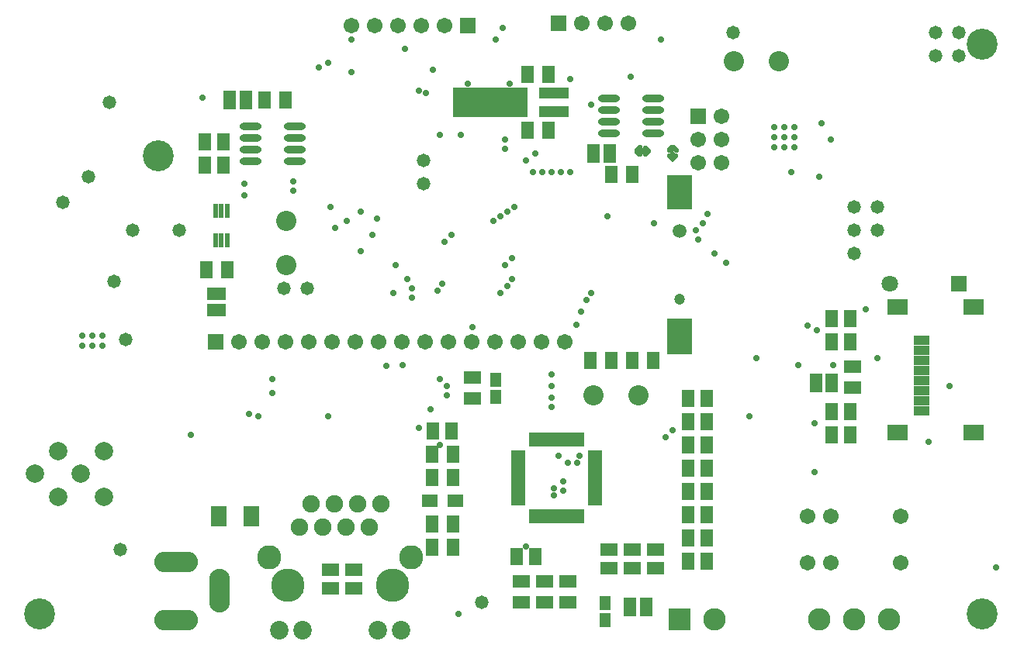
<source format=gbs>
G04 Layer_Color=16711935*
%FSLAX25Y25*%
%MOIN*%
G70*
G01*
G75*
%ADD97R,0.05800X0.07300*%
%ADD98R,0.07300X0.05800*%
%ADD123R,0.08083X0.05721*%
%ADD124R,0.05721X0.08083*%
%ADD134C,0.08674*%
%ADD135C,0.04737*%
%ADD136C,0.05918*%
%ADD137C,0.06706*%
%ADD138R,0.06706X0.06706*%
%ADD139C,0.13300*%
%ADD140C,0.09658*%
%ADD141R,0.09658X0.09658*%
%ADD142C,0.07099*%
%ADD143R,0.07099X0.07099*%
%ADD144C,0.07887*%
%ADD145C,0.14383*%
%ADD146C,0.07965*%
%ADD147C,0.07493*%
%ADD148C,0.10367*%
%ADD149O,0.18800X0.08800*%
%ADD150O,0.08800X0.18800*%
%ADD151C,0.05800*%
%ADD152C,0.02769*%
%ADD153R,0.12611X0.04737*%
%ADD154R,0.32296X0.12611*%
%ADD155P,0.04808X4X270.0*%
G04:AMPARAMS|DCode=156|XSize=23.75mil|YSize=38mil|CornerRadius=0mil|HoleSize=0mil|Usage=FLASHONLY|Rotation=135.000|XOffset=0mil|YOffset=0mil|HoleType=Round|Shape=Octagon|*
%AMOCTAGOND156*
4,1,8,-0.00924,-0.01763,-0.01763,-0.00924,-0.01763,-0.00084,0.00084,0.01763,0.00924,0.01763,0.01763,0.00924,0.01763,0.00084,-0.00084,-0.01763,-0.00924,-0.01763,0.0*
%
%ADD156OCTAGOND156*%

G04:AMPARAMS|DCode=157|XSize=23mil|YSize=38mil|CornerRadius=0mil|HoleSize=0mil|Usage=FLASHONLY|Rotation=225.000|XOffset=0mil|YOffset=0mil|HoleType=Round|Shape=Octagon|*
%AMOCTAGOND157*
4,1,8,0.01750,-0.00937,0.00937,-0.01750,0.00124,-0.01750,-0.01750,0.00124,-0.01750,0.00937,-0.00937,0.01750,-0.00124,0.01750,0.01750,-0.00124,0.01750,-0.00937,0.0*
%
%ADD157OCTAGOND157*%

G04:AMPARAMS|DCode=158|XSize=23mil|YSize=38mil|CornerRadius=0mil|HoleSize=0mil|Usage=FLASHONLY|Rotation=135.000|XOffset=0mil|YOffset=0mil|HoleType=Round|Shape=Octagon|*
%AMOCTAGOND158*
4,1,8,-0.00937,-0.01750,-0.01750,-0.00937,-0.01750,-0.00124,0.00124,0.01750,0.00937,0.01750,0.01750,0.00937,0.01750,0.00124,-0.00124,-0.01750,-0.00937,-0.01750,0.0*
%
%ADD158OCTAGOND158*%

%ADD159P,0.04808X4X360.0*%
G04:AMPARAMS|DCode=160|XSize=23.75mil|YSize=38mil|CornerRadius=0mil|HoleSize=0mil|Usage=FLASHONLY|Rotation=225.000|XOffset=0mil|YOffset=0mil|HoleType=Round|Shape=Octagon|*
%AMOCTAGOND160*
4,1,8,0.01763,-0.00924,0.00924,-0.01763,0.00084,-0.01763,-0.01763,0.00084,-0.01763,0.00924,-0.00924,0.01763,-0.00084,0.01763,0.01763,-0.00084,0.01763,-0.00924,0.0*
%
%ADD160OCTAGOND160*%

%ADD161O,0.09461X0.03162*%
%ADD162R,0.06312X0.01981*%
%ADD163R,0.01981X0.06312*%
%ADD164R,0.08674X0.06509*%
%ADD165R,0.06706X0.03950*%
%ADD166R,0.07099X0.05721*%
%ADD167R,0.06800X0.08800*%
%ADD168R,0.04934X0.05918*%
%ADD169R,0.11036X0.14737*%
%ADD170R,0.11036X0.15210*%
%ADD171R,0.02375X0.05918*%
D97*
X86000Y208000D02*
D03*
X94000D02*
D03*
X86000Y218000D02*
D03*
X94000D02*
D03*
X363339Y101933D02*
D03*
X355339D02*
D03*
X363339Y131933D02*
D03*
X355339D02*
D03*
X363339Y91933D02*
D03*
X355339D02*
D03*
X363339Y141933D02*
D03*
X355339D02*
D03*
X184000Y93500D02*
D03*
X192000D02*
D03*
X220000Y39500D02*
D03*
X228000D02*
D03*
X293500Y107500D02*
D03*
X301500D02*
D03*
X293500Y97500D02*
D03*
X301500D02*
D03*
Y87500D02*
D03*
X293500D02*
D03*
X301500Y77500D02*
D03*
X293500D02*
D03*
X301500Y67500D02*
D03*
X293500D02*
D03*
X301500Y57500D02*
D03*
X293500D02*
D03*
X301500Y47500D02*
D03*
X293500D02*
D03*
X301500Y37500D02*
D03*
X293500D02*
D03*
X192500Y73500D02*
D03*
X183500D02*
D03*
X224500Y247000D02*
D03*
X233500D02*
D03*
X224500Y223000D02*
D03*
X233500D02*
D03*
X269500Y204000D02*
D03*
X260500D02*
D03*
X120500Y236000D02*
D03*
X111500D02*
D03*
X183500Y83500D02*
D03*
X192500D02*
D03*
X260500Y124000D02*
D03*
X251500D02*
D03*
X269500D02*
D03*
X278500D02*
D03*
X183500Y53500D02*
D03*
X192500D02*
D03*
X183500Y43500D02*
D03*
X192500D02*
D03*
X95500Y163000D02*
D03*
X86500D02*
D03*
D98*
X150000Y26000D02*
D03*
Y34000D02*
D03*
X140000Y26000D02*
D03*
Y34000D02*
D03*
X259500Y34500D02*
D03*
Y42500D02*
D03*
X269500Y34500D02*
D03*
Y42500D02*
D03*
X279500Y34500D02*
D03*
Y42500D02*
D03*
X242000Y20000D02*
D03*
Y29000D02*
D03*
X364339Y112433D02*
D03*
Y121433D02*
D03*
X201000Y116500D02*
D03*
Y107500D02*
D03*
X222000Y20000D02*
D03*
Y29000D02*
D03*
X232000Y20000D02*
D03*
Y29000D02*
D03*
D123*
X91000Y152445D02*
D03*
Y145555D02*
D03*
D124*
X355283Y114433D02*
D03*
X348394D02*
D03*
X253000Y213000D02*
D03*
X259890D02*
D03*
X103445Y236000D02*
D03*
X96555D02*
D03*
X275445Y18000D02*
D03*
X268555D02*
D03*
D134*
X253000Y109000D02*
D03*
X272213D02*
D03*
X313287Y252500D02*
D03*
X332500D02*
D03*
X121000Y164787D02*
D03*
Y184000D02*
D03*
D135*
X290000Y150221D02*
D03*
D136*
Y179748D02*
D03*
D137*
X268000Y269000D02*
D03*
X258000D02*
D03*
X248000D02*
D03*
X385000Y37000D02*
D03*
X355000D02*
D03*
X345000D02*
D03*
Y57000D02*
D03*
X355000D02*
D03*
X385000D02*
D03*
X308000Y219000D02*
D03*
X298000D02*
D03*
X308000Y229000D02*
D03*
X298001Y209099D02*
D03*
X308001D02*
D03*
X159000Y268000D02*
D03*
X189000D02*
D03*
X179000D02*
D03*
X169000D02*
D03*
X149000D02*
D03*
X240551Y131890D02*
D03*
X180551D02*
D03*
X170551D02*
D03*
X160551D02*
D03*
X130551D02*
D03*
X100551D02*
D03*
X110551D02*
D03*
X120551D02*
D03*
X140551D02*
D03*
X150551D02*
D03*
X190551D02*
D03*
X200551D02*
D03*
X210551D02*
D03*
X220551D02*
D03*
X230551D02*
D03*
D138*
X238000Y269000D02*
D03*
X298000Y229000D02*
D03*
X199000Y268000D02*
D03*
X90551Y131890D02*
D03*
D139*
X66000Y212000D02*
D03*
X420000Y15000D02*
D03*
Y260000D02*
D03*
X15000Y15000D02*
D03*
D140*
X305000Y12500D02*
D03*
X379842D02*
D03*
X364843D02*
D03*
X349843D02*
D03*
D141*
X290000D02*
D03*
D142*
X380039Y157000D02*
D03*
D143*
X409961D02*
D03*
D144*
X32658Y75157D02*
D03*
X42500Y85000D02*
D03*
X22815D02*
D03*
Y65315D02*
D03*
X42500D02*
D03*
X12972Y75157D02*
D03*
D145*
X166595Y27252D02*
D03*
X121595D02*
D03*
D146*
X170177Y7961D02*
D03*
X160177D02*
D03*
X128012D02*
D03*
X118012D02*
D03*
D147*
X126594Y52252D02*
D03*
X131595Y62252D02*
D03*
X136594Y52252D02*
D03*
X141595Y62252D02*
D03*
X146595Y52252D02*
D03*
X151594Y62252D02*
D03*
X156595Y52252D02*
D03*
X161594Y62252D02*
D03*
D148*
X113602Y39260D02*
D03*
X174587D02*
D03*
D149*
X73622Y37402D02*
D03*
Y12205D02*
D03*
D150*
X92126Y24803D02*
D03*
D151*
X45000Y235000D02*
D03*
X75000Y180000D02*
D03*
X55000D02*
D03*
X180000Y200000D02*
D03*
Y210000D02*
D03*
X205000Y20000D02*
D03*
X130000Y155000D02*
D03*
X120000D02*
D03*
X410000Y255000D02*
D03*
Y265000D02*
D03*
X400000Y255000D02*
D03*
Y265000D02*
D03*
X375000Y180000D02*
D03*
Y190000D02*
D03*
X365000Y170000D02*
D03*
Y180000D02*
D03*
Y190000D02*
D03*
X313000Y265000D02*
D03*
X49500Y42500D02*
D03*
X47000Y158000D02*
D03*
X25000Y192000D02*
D03*
X36000Y203000D02*
D03*
X52000Y133000D02*
D03*
D152*
X224000Y44000D02*
D03*
X339331Y224331D02*
D03*
Y220000D02*
D03*
Y215669D02*
D03*
X335000Y224331D02*
D03*
Y220000D02*
D03*
Y215669D02*
D03*
X330669Y224331D02*
D03*
Y220000D02*
D03*
Y215669D02*
D03*
X41831Y134665D02*
D03*
Y130335D02*
D03*
X37500Y134665D02*
D03*
Y130335D02*
D03*
X33169Y134665D02*
D03*
Y130335D02*
D03*
X164000Y121615D02*
D03*
X201000Y138378D02*
D03*
X142000Y181000D02*
D03*
X171000Y122000D02*
D03*
X147000Y184000D02*
D03*
X168000Y165000D02*
D03*
X140000Y190000D02*
D03*
X153000Y171000D02*
D03*
X202000Y231000D02*
D03*
X426000Y35000D02*
D03*
X320000Y100000D02*
D03*
X235000Y118000D02*
D03*
Y113000D02*
D03*
Y108000D02*
D03*
Y104000D02*
D03*
X348000Y76000D02*
D03*
X300000Y183000D02*
D03*
X279000D02*
D03*
X215000Y219000D02*
D03*
X370000Y146000D02*
D03*
X297000Y180000D02*
D03*
X215000Y215000D02*
D03*
X259000Y186000D02*
D03*
X189000Y175000D02*
D03*
X192000Y178000D02*
D03*
X188000Y157000D02*
D03*
X247500Y145000D02*
D03*
X250000Y150000D02*
D03*
X287000Y94000D02*
D03*
X284000Y91000D02*
D03*
X186000Y154000D02*
D03*
X238000Y83000D02*
D03*
X167000Y153000D02*
D03*
X242000Y80000D02*
D03*
X173000Y159000D02*
D03*
X246000Y80000D02*
D03*
X175000Y155000D02*
D03*
X247000Y83000D02*
D03*
X175000Y151000D02*
D03*
X115000Y110000D02*
D03*
Y116000D02*
D03*
X236000Y66000D02*
D03*
Y69000D02*
D03*
X105000Y101000D02*
D03*
X190000Y109000D02*
D03*
X240000Y68000D02*
D03*
X190000Y113000D02*
D03*
X240000Y72000D02*
D03*
X252000Y234000D02*
D03*
X178000Y240000D02*
D03*
X181000Y239000D02*
D03*
X172000Y258000D02*
D03*
X139000Y252000D02*
D03*
X243000Y205000D02*
D03*
X224000Y210000D02*
D03*
X239000Y205000D02*
D03*
X227000D02*
D03*
X231000D02*
D03*
X235000D02*
D03*
X302000Y187000D02*
D03*
X85000Y237000D02*
D03*
X338000Y205000D02*
D03*
X351000Y226000D02*
D03*
X350000Y203000D02*
D03*
X355000Y219000D02*
D03*
X135000Y250000D02*
D03*
X149000Y262000D02*
D03*
X214000Y267000D02*
D03*
X211000Y262000D02*
D03*
X199000Y243000D02*
D03*
X153000Y188000D02*
D03*
X213000Y153000D02*
D03*
X252000D02*
D03*
X216000Y156000D02*
D03*
X218000Y159000D02*
D03*
X215000Y165000D02*
D03*
X218000Y168000D02*
D03*
X323000Y125000D02*
D03*
X160000Y185000D02*
D03*
X158000Y178000D02*
D03*
X217000Y243000D02*
D03*
X149000Y248000D02*
D03*
X345000Y139000D02*
D03*
X341000Y122000D02*
D03*
X349000Y137000D02*
D03*
X356000Y122000D02*
D03*
X348000Y97000D02*
D03*
X187000Y116000D02*
D03*
X178000Y95000D02*
D03*
X183000Y103000D02*
D03*
X195000Y15000D02*
D03*
X139000Y100000D02*
D03*
X109000D02*
D03*
X80000Y92000D02*
D03*
X228000Y213000D02*
D03*
X196000Y221000D02*
D03*
X397000Y89000D02*
D03*
X406000Y113000D02*
D03*
X310000Y166000D02*
D03*
X305000Y170000D02*
D03*
X298000Y176000D02*
D03*
X219000Y190000D02*
D03*
X216000Y188000D02*
D03*
X213000Y186000D02*
D03*
X210000Y184000D02*
D03*
X187000Y221000D02*
D03*
X375000Y125000D02*
D03*
X282000Y262000D02*
D03*
X187000Y87750D02*
D03*
X184000Y249000D02*
D03*
X124000Y197000D02*
D03*
Y201000D02*
D03*
X103000Y195000D02*
D03*
Y200000D02*
D03*
X245540Y139304D02*
D03*
X269000Y246000D02*
D03*
X243000Y245000D02*
D03*
D153*
X236000Y231000D02*
D03*
Y238874D02*
D03*
D154*
X208441Y234937D02*
D03*
D155*
X287000Y211700D02*
D03*
D156*
X286200Y214800D02*
D03*
D157*
X287800D02*
D03*
X286300Y211200D02*
D03*
X275800Y214700D02*
D03*
D158*
X287700Y211200D02*
D03*
X272200Y214800D02*
D03*
X275800Y213300D02*
D03*
D159*
X275300Y214000D02*
D03*
D160*
X272200Y213200D02*
D03*
D161*
X259551Y221500D02*
D03*
Y226500D02*
D03*
Y231500D02*
D03*
Y236500D02*
D03*
X278449Y221500D02*
D03*
Y226500D02*
D03*
Y231500D02*
D03*
Y236500D02*
D03*
X105551Y209500D02*
D03*
Y214500D02*
D03*
Y219500D02*
D03*
Y224500D02*
D03*
X124449Y209500D02*
D03*
Y214500D02*
D03*
Y219500D02*
D03*
Y224500D02*
D03*
D162*
X253535Y62673D02*
D03*
Y64642D02*
D03*
Y66610D02*
D03*
Y68579D02*
D03*
Y70547D02*
D03*
Y72516D02*
D03*
Y74484D02*
D03*
Y76453D02*
D03*
Y78421D02*
D03*
Y80390D02*
D03*
Y82358D02*
D03*
Y84327D02*
D03*
X220465D02*
D03*
Y82358D02*
D03*
Y80390D02*
D03*
Y78421D02*
D03*
Y76453D02*
D03*
Y74484D02*
D03*
Y72516D02*
D03*
Y70547D02*
D03*
Y68579D02*
D03*
Y66610D02*
D03*
Y64642D02*
D03*
Y62673D02*
D03*
D163*
X247827Y90035D02*
D03*
X245858D02*
D03*
X243890D02*
D03*
X241921D02*
D03*
X239953D02*
D03*
X237984D02*
D03*
X236016D02*
D03*
X234047D02*
D03*
X232079D02*
D03*
X230110D02*
D03*
X228142D02*
D03*
X226173D02*
D03*
Y56965D02*
D03*
X228142D02*
D03*
X230110D02*
D03*
X232079D02*
D03*
X234047D02*
D03*
X236016D02*
D03*
X237984D02*
D03*
X239953D02*
D03*
X241921D02*
D03*
X243890D02*
D03*
X245858D02*
D03*
X247827D02*
D03*
D164*
X416339Y92933D02*
D03*
X383661D02*
D03*
Y147067D02*
D03*
X416339D02*
D03*
D165*
X393898Y102303D02*
D03*
Y106634D02*
D03*
Y110965D02*
D03*
Y115295D02*
D03*
Y119626D02*
D03*
Y123957D02*
D03*
Y128287D02*
D03*
Y132618D02*
D03*
D166*
X182587Y63500D02*
D03*
X193413D02*
D03*
D167*
X106000Y57000D02*
D03*
X92000D02*
D03*
D168*
X211000Y108260D02*
D03*
Y115740D02*
D03*
X258000Y19740D02*
D03*
Y12260D02*
D03*
D169*
X290000Y196402D02*
D03*
D170*
Y134197D02*
D03*
D171*
X95559Y175701D02*
D03*
X93000D02*
D03*
X90441D02*
D03*
Y188299D02*
D03*
X93000D02*
D03*
X95559D02*
D03*
M02*

</source>
